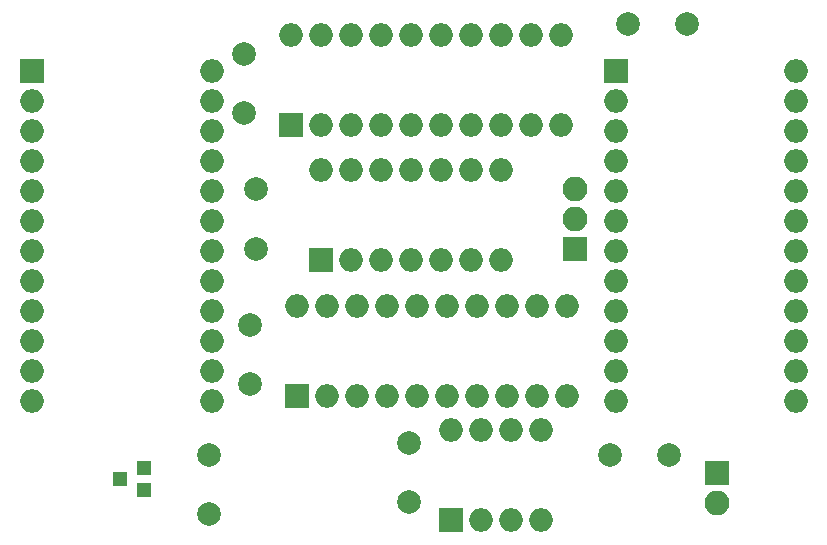
<source format=gts>
G04 #@! TF.FileFunction,Soldermask,Top*
%FSLAX46Y46*%
G04 Gerber Fmt 4.6, Leading zero omitted, Abs format (unit mm)*
G04 Created by KiCad (PCBNEW 4.0.7) date 09/03/18 17:01:03*
%MOMM*%
%LPD*%
G01*
G04 APERTURE LIST*
%ADD10C,0.100000*%
%ADD11C,2.000000*%
%ADD12R,2.000000X2.000000*%
%ADD13O,2.000000X2.000000*%
%ADD14R,2.100000X2.100000*%
%ADD15O,2.100000X2.100000*%
%ADD16R,1.300000X1.200000*%
G04 APERTURE END LIST*
D10*
D11*
X73000000Y-47000000D03*
X73000000Y-52000000D03*
X69000000Y-74500000D03*
X69000000Y-69500000D03*
X72000000Y-35500000D03*
X72000000Y-40500000D03*
X72500000Y-58500000D03*
X72500000Y-63500000D03*
X108000000Y-69500000D03*
X103000000Y-69500000D03*
X86000000Y-68500000D03*
X86000000Y-73500000D03*
X104500000Y-33000000D03*
X109500000Y-33000000D03*
D12*
X54000000Y-37000000D03*
D13*
X69240000Y-64940000D03*
X54000000Y-39540000D03*
X69240000Y-62400000D03*
X54000000Y-42080000D03*
X69240000Y-59860000D03*
X54000000Y-44620000D03*
X69240000Y-57320000D03*
X54000000Y-47160000D03*
X69240000Y-54780000D03*
X54000000Y-49700000D03*
X69240000Y-52240000D03*
X54000000Y-52240000D03*
X69240000Y-49700000D03*
X54000000Y-54780000D03*
X69240000Y-47160000D03*
X54000000Y-57320000D03*
X69240000Y-44620000D03*
X54000000Y-59860000D03*
X69240000Y-42080000D03*
X54000000Y-62400000D03*
X69240000Y-39540000D03*
X54000000Y-64940000D03*
X69240000Y-37000000D03*
D14*
X112000000Y-71000000D03*
D15*
X112000000Y-73540000D03*
D14*
X100000000Y-52000000D03*
D15*
X100000000Y-49460000D03*
X100000000Y-46920000D03*
D16*
X63500000Y-72450000D03*
X63500000Y-70550000D03*
X61500000Y-71500000D03*
D12*
X76000000Y-41500000D03*
D13*
X98860000Y-33880000D03*
X78540000Y-41500000D03*
X96320000Y-33880000D03*
X81080000Y-41500000D03*
X93780000Y-33880000D03*
X83620000Y-41500000D03*
X91240000Y-33880000D03*
X86160000Y-41500000D03*
X88700000Y-33880000D03*
X88700000Y-41500000D03*
X86160000Y-33880000D03*
X91240000Y-41500000D03*
X83620000Y-33880000D03*
X93780000Y-41500000D03*
X81080000Y-33880000D03*
X96320000Y-41500000D03*
X78540000Y-33880000D03*
X98860000Y-41500000D03*
X76000000Y-33880000D03*
D12*
X76500000Y-64500000D03*
D13*
X99360000Y-56880000D03*
X79040000Y-64500000D03*
X96820000Y-56880000D03*
X81580000Y-64500000D03*
X94280000Y-56880000D03*
X84120000Y-64500000D03*
X91740000Y-56880000D03*
X86660000Y-64500000D03*
X89200000Y-56880000D03*
X89200000Y-64500000D03*
X86660000Y-56880000D03*
X91740000Y-64500000D03*
X84120000Y-56880000D03*
X94280000Y-64500000D03*
X81580000Y-56880000D03*
X96820000Y-64500000D03*
X79040000Y-56880000D03*
X99360000Y-64500000D03*
X76500000Y-56880000D03*
D12*
X78500000Y-53000000D03*
D13*
X93740000Y-45380000D03*
X81040000Y-53000000D03*
X91200000Y-45380000D03*
X83580000Y-53000000D03*
X88660000Y-45380000D03*
X86120000Y-53000000D03*
X86120000Y-45380000D03*
X88660000Y-53000000D03*
X83580000Y-45380000D03*
X91200000Y-53000000D03*
X81040000Y-45380000D03*
X93740000Y-53000000D03*
X78500000Y-45380000D03*
D12*
X89500000Y-75000000D03*
D13*
X97120000Y-67380000D03*
X92040000Y-75000000D03*
X94580000Y-67380000D03*
X94580000Y-75000000D03*
X92040000Y-67380000D03*
X97120000Y-75000000D03*
X89500000Y-67380000D03*
D12*
X103500000Y-37000000D03*
D13*
X118740000Y-64940000D03*
X103500000Y-39540000D03*
X118740000Y-62400000D03*
X103500000Y-42080000D03*
X118740000Y-59860000D03*
X103500000Y-44620000D03*
X118740000Y-57320000D03*
X103500000Y-47160000D03*
X118740000Y-54780000D03*
X103500000Y-49700000D03*
X118740000Y-52240000D03*
X103500000Y-52240000D03*
X118740000Y-49700000D03*
X103500000Y-54780000D03*
X118740000Y-47160000D03*
X103500000Y-57320000D03*
X118740000Y-44620000D03*
X103500000Y-59860000D03*
X118740000Y-42080000D03*
X103500000Y-62400000D03*
X118740000Y-39540000D03*
X103500000Y-64940000D03*
X118740000Y-37000000D03*
M02*

</source>
